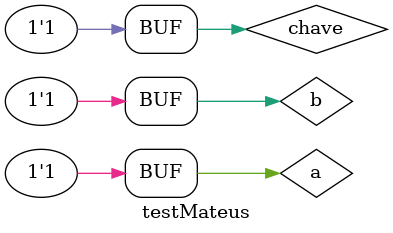
<source format=v>


module mateus(s1,s2,a,b,chave);

output s1;
output s2;

input a;
input b;
input chave;

wire temp1;
wire temp2;
wire temp3;
wire temp4;
wire temp5;
wire temp6;
wire temp7;
wire temp8;

assign temp1 = a&b;
assign temp3 = (~(a&b));
assign temp7 = temp1&(~chave);
assign temp8 = temp3&chave;
assign s1 = temp8|temp7;

assign temp2 = a|b;
assign temp4 = (~(a|b));
assign temp5 = temp2&(~chave);
assign temp6 = temp4&chave;
assign s2 = temp6|temp5;


endmodule

module testMateus;

reg a;
reg b;
reg chave;

wire s1;
wire s2;

mateus lima(s1,s2,a,b,chave);

initial begin: main

$display("Exemplo0033 - mateus lima batista - 451410");
$display("Test LU's module");
$display ("\na       b     chave     s1      s2");

a = 0;
b = 0;
chave = 0;

$monitor("%b\t%b\t%b\t%b\t%b",a,b,chave,s1,s2);
#1 a = 0; b = 1;chave = 0;
#1 a = 1; b = 0;chave = 0;
#1 a = 1; b = 1;chave = 0;
#1 a = 0; b = 0;chave = 1;
#1 a = 0; b = 1;chave = 1;
#1 a = 1; b = 0;chave = 1;
#1 a = 1; b = 1;chave = 1;

end
endmodule

</source>
